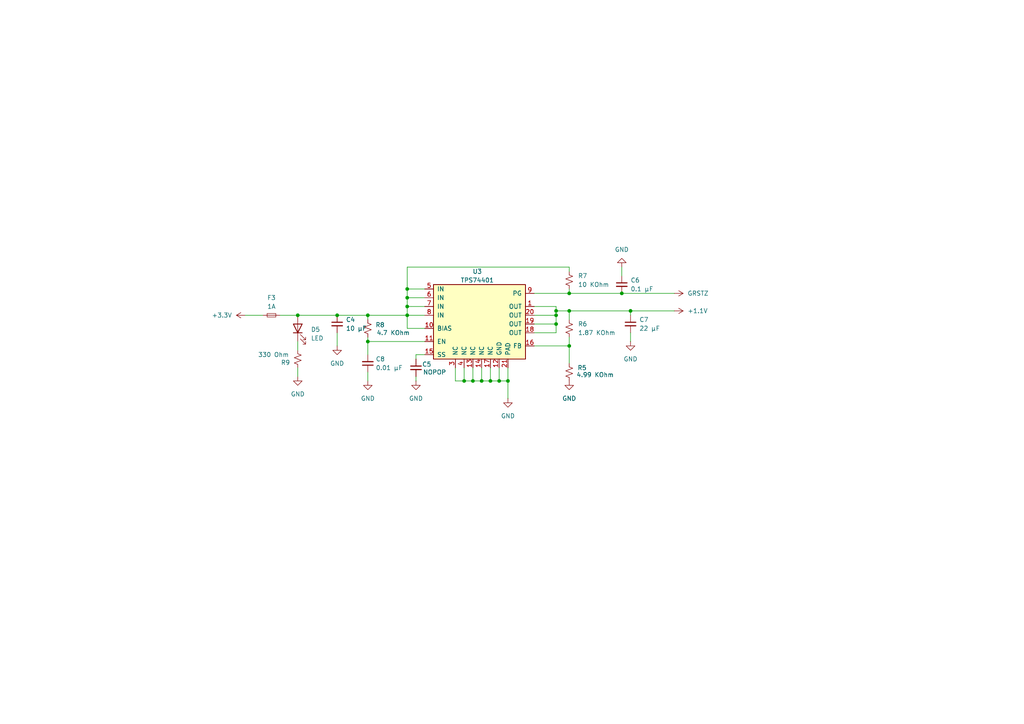
<source format=kicad_sch>
(kicad_sch (version 20250114) (generator "eeschema") (generator_version "9.0")
  (paper "A4")
  (title_block (title "PCI2USB") (date "2025-10-29") (rev "1.0.0") (company "3mdeb Sp. z o.o") (comment 1 "1.1V Regulator") (comment 2 "Jakub Sobota"))
  (lib_symbols
    (symbol "Device:C_Small" (pin_numbers (hide yes)) (pin_names (offset 0.254) (hide yes))
      (property "Reference" "C" (at 0.254 1.778 0))
      (property "Value" "C_Small" (at 0.254 -2.032 0))
      (symbol "C_Small_0_1"
        (polyline (pts (xy -1.524 0.508) (xy 1.524 0.508)) (stroke (width 0.3048)))
        (polyline (pts (xy -1.524 -0.508) (xy 1.524 -0.508)) (stroke (width 0.3302)))
      )
      (symbol "C_Small_1_1"
        (pin passive line (at 0 2.54 270) (length 2.032) (name "~") (number "1"))
        (pin passive line (at 0 -2.54 90) (length 2.032) (name "~") (number "2"))
      )
    )
    (symbol "Device:Fuse_Small" (pin_numbers (hide yes)) (pin_names (offset 0.254) (hide yes))
      (property "Reference" "F" (at 0 -1.524 0))
      (property "Value" "Fuse_Small" (at 0 1.524 0))
      (symbol "Fuse_Small_0_1"
        (rectangle (start -1.27 0.508) (end 1.27 -0.508))
        (polyline (pts (xy -1.27 0) (xy 1.27 0)))
      )
      (symbol "Fuse_Small_1_1"
        (pin passive line (at -2.54 0 0) (length 1.27) (name "~") (number "1"))
        (pin passive line (at 2.54 0 180) (length 1.27) (name "~") (number "2"))
      )
    )
    (symbol "Device:LED" (pin_numbers (hide yes)) (pin_names (offset 1.016) (hide yes))
      (property "Reference" "D" (at 0 2.54 0))
      (property "Value" "LED" (at 0 -2.54 0))
      (symbol "LED_0_1"
        (polyline (pts (xy -3.048 -0.762) (xy -4.572 -2.286) (xy -3.81 -2.286) (xy -4.572 -2.286) (xy -4.572 -1.524)))
        (polyline (pts (xy -1.778 -0.762) (xy -3.302 -2.286) (xy -2.54 -2.286) (xy -3.302 -2.286) (xy -3.302 -1.524)))
        (polyline (pts (xy -1.27 0) (xy 1.27 0)))
        (polyline (pts (xy -1.27 -1.27) (xy -1.27 1.27)) (stroke (width 0.254)))
        (polyline (pts (xy 1.27 -1.27) (xy 1.27 1.27) (xy -1.27 0) (xy 1.27 -1.27)) (stroke (width 0.254)))
      )
      (symbol "LED_1_1"
        (pin passive line (at -3.81 0 0) (length 2.54) (name "K") (number "1"))
        (pin passive line (at 3.81 0 180) (length 2.54) (name "A") (number "2"))
      )
    )
    (symbol "Device:R_Small_US" (pin_numbers (hide yes)) (pin_names (offset 0.254) (hide yes))
      (property "Reference" "R" (at 0.762 0.508 0))
      (property "Value" "R_Small_US" (at 0.762 -1.016 0))
      (symbol "R_Small_US_1_1"
        (polyline (pts (xy 0 1.524) (xy 1.016 1.143) (xy 0 0.762) (xy -1.016 0.381) (xy 0 0)))
        (polyline (pts (xy 0 0) (xy 1.016 -0.381) (xy 0 -0.762) (xy -1.016 -1.143) (xy 0 -1.524)))
        (pin passive line (at 0 2.54 270) (length 1.016) (name "~") (number "1"))
        (pin passive line (at 0 -2.54 90) (length 1.016) (name "~") (number "2"))
      )
    )
    (symbol "Regulator_Linear:TPS74401_VQFN" (pin_names (offset 1.016))
      (property "Reference" "U3" (at 5.08 15.24 0))
      (property "Value" "TPS74401" (at 5.08 12.7 0))
      (symbol "TPS74401_VQFN_0_1"
        (rectangle (start -7.62 11.43) (end 19.05 -10.16) (stroke (width 0.254)) (fill (type background)))
      )
      (symbol "TPS74401_VQFN_1_1"
        (pin power_in line (at -10.16 10.16 0) (length 2.54) (name "IN") (number "5"))
        (pin power_in line (at -10.16 7.62 0) (length 2.54) (name "IN") (number "6"))
        (pin power_in line (at -10.16 5.08 0) (length 2.54) (name "IN") (number "7"))
        (pin power_in line (at -10.16 2.54 0) (length 2.54) (name "IN") (number "8"))
        (pin input line (at -10.16 -1.27 0) (length 2.54) (name "BIAS") (number "10"))
        (pin input line (at -10.16 -5.08 0) (length 2.54) (name "EN") (number "11"))
        (pin input line (at -10.16 -8.89 0) (length 2.54) (name "SS") (number "15"))
        (pin no_connect line (at -2.54 13.97 270) (length 2.54) (hide yes) (name "NC") (number "2"))
        (pin free line (at -1.27 -12.7 90) (length 2.54) (name "NC") (number "3"))
        (pin free line (at 1.27 -12.7 90) (length 2.54) (name "NC") (number "4"))
        (pin free line (at 3.81 -12.7 90) (length 2.54) (name "NC") (number "13"))
        (pin free line (at 6.35 -12.7 90) (length 2.54) (name "NC") (number "14"))
        (pin free line (at 8.89 -12.7 90) (length 2.54) (name "NC") (number "17"))
        (pin power_in line (at 11.43 -12.7 90) (length 2.54) (name "GND") (number "12"))
        (pin power_in line (at 13.97 -12.7 90) (length 2.54) (name "PAD") (number "21"))
        (pin output line (at 21.59 8.89 180) (length 2.54) (name "PG") (number "9"))
        (pin power_out line (at 21.59 5.08 180) (length 2.54) (name "OUT") (number "1"))
        (pin power_out line (at 21.59 2.54 180) (length 2.54) (name "OUT") (number "20"))
        (pin power_out line (at 21.59 0 180) (length 2.54) (name "OUT") (number "19"))
        (pin power_out line (at 21.59 -2.54 180) (length 2.54) (name "OUT") (number "18"))
        (pin input line (at 21.59 -6.35 180) (length 2.54) (name "FB") (number "16"))
      )
    )
    (symbol "power:+3.3V" (power) (pin_numbers (hide yes)) (pin_names (offset 0) (hide yes))
      (property "Value" "+3.3V" (at 0 3.556 0))
      (symbol "+3.3V_0_1"
        (polyline (pts (xy -0.762 1.27) (xy 0 2.54)))
        (polyline (pts (xy 0 2.54) (xy 0.762 1.27)))
        (polyline (pts (xy 0 0) (xy 0 2.54)))
      )
      (symbol "+3.3V_1_1"
        (pin power_in line (at 0 0 90) (length 0) (name "~") (number "1"))
      )
    )
    (symbol "power:GND" (power) (pin_numbers (hide yes)) (pin_names (offset 0) (hide yes))
      (property "Value" "GND" (at 0 -3.81 0))
      (symbol "GND_0_1"
        (polyline (pts (xy 0 0) (xy 0 -1.27) (xy 1.27 -1.27) (xy 0 -2.54) (xy -1.27 -1.27) (xy 0 -1.27)))
      )
      (symbol "GND_1_1"
        (pin power_in line (at 0 0 270) (length 0) (name "~") (number "1"))
      )
    )
    (symbol "power:LINE" (power) (pin_numbers (hide yes)) (pin_names (offset 0) (hide yes))
      (property "Value" "LINE" (at 0 3.556 0))
      (symbol "LINE_0_1"
        (polyline (pts (xy -0.762 1.27) (xy 0 2.54)))
        (polyline (pts (xy 0 2.54) (xy 0.762 1.27)))
        (polyline (pts (xy 0 0) (xy 0 2.54)))
      )
      (symbol "LINE_1_1"
        (pin power_in line (at 0 0 90) (length 0) (name "~") (number "1"))
      )
    )
  )
  (junction (at 147.32 110.49))
  (junction (at 161.29 93.98))
  (junction (at 165.1 85.09))
  (junction (at 161.29 90.17))
  (junction (at 118.11 91.44))
  (junction (at 137.16 110.49))
  (junction (at 161.29 91.44))
  (junction (at 139.7 110.49))
  (junction (at 118.11 88.9))
  (junction (at 118.11 86.36))
  (junction (at 144.78 110.49))
  (junction (at 106.68 99.06))
  (junction (at 182.88 90.17))
  (junction (at 97.79 91.44))
  (junction (at 134.62 110.49))
  (junction (at 106.68 91.44))
  (junction (at 142.24 110.49))
  (junction (at 86.36 91.44))
  (junction (at 118.11 83.82))
  (junction (at 165.1 90.17))
  (junction (at 180.34 85.09))
  (junction (at 165.1 100.33))
  (wire (pts (xy 142.24 110.49) (xy 144.78 110.49)))
  (wire (pts (xy 139.7 106.68) (xy 139.7 110.49)))
  (wire (pts (xy 106.68 110.49) (xy 106.68 107.95)))
  (wire (pts (xy 137.16 106.68) (xy 137.16 110.49)))
  (wire (pts (xy 165.1 90.17) (xy 182.88 90.17)))
  (wire (pts (xy 123.19 102.87) (xy 120.65 102.87)))
  (wire (pts (xy 154.94 85.09) (xy 165.1 85.09)))
  (wire (pts (xy 154.94 93.98) (xy 161.29 93.98)))
  (wire (pts (xy 165.1 77.47) (xy 118.11 77.47)))
  (wire (pts (xy 118.11 83.82) (xy 123.19 83.82)))
  (wire (pts (xy 97.79 100.33) (xy 97.79 96.52)))
  (wire (pts (xy 161.29 91.44) (xy 161.29 93.98)))
  (wire (pts (xy 161.29 91.44) (xy 161.29 90.17)))
  (wire (pts (xy 132.08 110.49) (xy 134.62 110.49)))
  (wire (pts (xy 118.11 77.47) (xy 118.11 83.82)))
  (wire (pts (xy 106.68 91.44) (xy 118.11 91.44)))
  (wire (pts (xy 161.29 88.9) (xy 161.29 90.17)))
  (wire (pts (xy 137.16 110.49) (xy 139.7 110.49)))
  (wire (pts (xy 86.36 109.22) (xy 86.36 106.68)))
  (wire (pts (xy 118.11 88.9) (xy 123.19 88.9)))
  (wire (pts (xy 182.88 96.52) (xy 182.88 99.06)))
  (wire (pts (xy 147.32 110.49) (xy 147.32 115.57)))
  (wire (pts (xy 144.78 110.49) (xy 147.32 110.49)))
  (wire (pts (xy 120.65 102.87) (xy 120.65 104.14)))
  (wire (pts (xy 118.11 86.36) (xy 118.11 88.9)))
  (wire (pts (xy 180.34 85.09) (xy 195.58 85.09)))
  (wire (pts (xy 154.94 100.33) (xy 165.1 100.33)))
  (wire (pts (xy 165.1 100.33) (xy 165.1 105.41)))
  (wire (pts (xy 81.28 91.44) (xy 86.36 91.44)))
  (wire (pts (xy 165.1 77.47) (xy 165.1 78.74)))
  (wire (pts (xy 123.19 95.25) (xy 118.11 95.25)))
  (wire (pts (xy 132.08 106.68) (xy 132.08 110.49)))
  (wire (pts (xy 71.12 91.44) (xy 76.2 91.44)))
  (wire (pts (xy 182.88 91.44) (xy 182.88 90.17)))
  (wire (pts (xy 165.1 100.33) (xy 165.1 97.79)))
  (wire (pts (xy 154.94 96.52) (xy 161.29 96.52)))
  (wire (pts (xy 118.11 91.44) (xy 123.19 91.44)))
  (wire (pts (xy 106.68 91.44) (xy 106.68 92.71)))
  (wire (pts (xy 142.24 106.68) (xy 142.24 110.49)))
  (wire (pts (xy 86.36 101.6) (xy 86.36 99.06)))
  (wire (pts (xy 144.78 106.68) (xy 144.78 110.49)))
  (wire (pts (xy 154.94 88.9) (xy 161.29 88.9)))
  (wire (pts (xy 134.62 106.68) (xy 134.62 110.49)))
  (wire (pts (xy 147.32 106.68) (xy 147.32 110.49)))
  (wire (pts (xy 180.34 77.47) (xy 180.34 80.01)))
  (wire (pts (xy 165.1 92.71) (xy 165.1 90.17)))
  (wire (pts (xy 165.1 85.09) (xy 180.34 85.09)))
  (wire (pts (xy 118.11 83.82) (xy 118.11 86.36)))
  (wire (pts (xy 165.1 83.82) (xy 165.1 85.09)))
  (wire (pts (xy 106.68 99.06) (xy 106.68 97.79)))
  (wire (pts (xy 161.29 93.98) (xy 161.29 96.52)))
  (wire (pts (xy 134.62 110.49) (xy 137.16 110.49)))
  (wire (pts (xy 139.7 110.49) (xy 142.24 110.49)))
  (wire (pts (xy 97.79 91.44) (xy 106.68 91.44)))
  (wire (pts (xy 182.88 90.17) (xy 195.58 90.17)))
  (wire (pts (xy 118.11 88.9) (xy 118.11 91.44)))
  (wire (pts (xy 161.29 90.17) (xy 165.1 90.17)))
  (wire (pts (xy 120.65 109.22) (xy 120.65 110.49)))
  (wire (pts (xy 86.36 91.44) (xy 97.79 91.44)))
  (wire (pts (xy 118.11 95.25) (xy 118.11 91.44)))
  (wire (pts (xy 118.11 86.36) (xy 123.19 86.36)))
  (wire (pts (xy 106.68 102.87) (xy 106.68 99.06)))
  (wire (pts (xy 123.19 99.06) (xy 106.68 99.06)))
  (wire (pts (xy 154.94 91.44) (xy 161.29 91.44)))
  (symbol (lib_id "Device:C_Small") (at 182.88 93.98 0) (unit 1)
    (property "Reference" "C7" (at 185.42 92.7162 0) (effects (justify left)))
    (property "Value" "22 μF" (at 185.42 95.2562 0) (effects (justify left)))
    (property "Footprint" "Capacitor_SMD:C_0805_2012Metric_Pad1.18x1.45mm_HandSolder" (effects (hide yes)))
    (property "Datasheet" "https://www.samsungsem.com/resources/file/global/support/product_catalog/MLCC.pdf" (effects (hide yes)))
    (property "Description" "X5R, 10%, 6.3V" (effects (hide yes)))
  )
  (symbol (lib_id "power:+3.3V") (at 71.12 91.44 90) (unit 1)
    (property "Reference" "#PWR011" (effects (hide yes)))
    (property "Value" "+3.3V" (at 67.31 91.4399 90) (effects (justify left)))
    (property "Description" "Power symbol creates a global label with name \"+3.3V\"" (effects (hide yes)))
  )
  (symbol (lib_id "Device:R_Small_US") (at 165.1 81.28 0) (unit 1)
    (property "Reference" "R7" (at 167.64 80.0099 0) (effects (justify left)))
    (property "Value" "10 KOhm" (at 167.64 82.5499 0) (effects (justify left)))
    (property "Footprint" "Resistor_SMD:R_0402_1005Metric_Pad0.72x0.64mm_HandSolder" (effects (hide yes)))
    (property "Datasheet" "https://industrial.panasonic.com/cdbs/www-data/pdf/RDA0000/AOA0000C304.pdf" (effects (hide yes)))
    (property "Description" "1%, 100mW" (effects (hide yes)))
  )
  (symbol (lib_id "power:GND") (at 106.68 110.49 0) (mirror y) (unit 1)
    (property "Reference" "#PWR020" (effects (hide yes)))
    (property "Value" "GND" (at 106.68 115.57 0))
    (property "Description" "Power symbol creates a global label with name \"GND\" , ground" (effects (hide yes)))
  )
  (symbol (lib_id "Device:R_Small_US") (at 165.1 107.95 180) (unit 1)
    (property "Reference" "R5" (at 170.18 106.68 0) (effects (justify left)))
    (property "Value" "4.99 KOhm" (at 178.054 108.712 0) (effects (justify left)))
    (property "Footprint" "Resistor_SMD:R_0402_1005Metric_Pad0.72x0.64mm_HandSolder" (effects (hide yes)))
    (property "Datasheet" "https://industrial.panasonic.com/cdbs/www-data/pdf/RDA0000/AOA0000C304.pdf" (effects (hide yes)))
    (property "Description" "0.05%, 62.5mW" (effects (hide yes)))
  )
  (symbol (lib_id "Device:C_Small") (at 106.68 105.41 180) (unit 1)
    (property "Reference" "C8" (at 108.966 104.14 0) (effects (justify right)))
    (property "Value" "0.01 μF" (at 108.966 106.68 0) (effects (justify right)))
    (property "Footprint" "Capacitor_SMD:C_0402_1005Metric_Pad0.74x0.62mm_HandSolder" (effects (hide yes)))
    (property "Datasheet" "https://www.mouser.pl/datasheet/3/76/1/GRM155R70J104KA01-01A.pdf" (effects (hide yes)))
    (property "Description" "X7R, 10%, 6.3V" (effects (hide yes)))
  )
  (symbol (lib_id "Regulator_Linear:TPS74401_VQFN") (at 133.35 93.98 0) (unit 1)
    (property "Reference" "U3" (at 138.43 78.74 0))
    (property "Value" "TPS74401" (at 138.43 81.28 0))
    (property "Footprint" "Package_DFN_QFN:Texas_RGW0020A_VQFN-20-1EP_5x5mm_P0.65mm_EP3.15x3.15mm_ThermalVias" (effects (hide yes)))
    (property "Datasheet" "https://www.ti.com/lit/gpn/tps74401" (effects (hide yes)))
    (property "Description" "0.8 to 3.6V adjustable, 3.0-A, Ultra-LDO with Programmable Soft-Start" (effects (hide yes)))
  )
  (symbol (lib_id "power:GND") (at 165.1 110.49 0) (mirror y) (unit 1)
    (property "Reference" "#PWR015" (effects (hide yes)))
    (property "Value" "GND" (at 165.1 115.57 0))
    (property "Description" "Power symbol creates a global label with name \"GND\" , ground" (effects (hide yes)))
  )
  (symbol (lib_id "Device:R_Small_US") (at 165.1 95.25 0) (unit 1)
    (property "Reference" "R6" (at 167.64 93.9799 0) (effects (justify left)))
    (property "Value" "1.87 KOhm" (at 167.64 96.5199 0) (effects (justify left)))
    (property "Footprint" "Resistor_SMD:R_0402_1005Metric_Pad0.72x0.64mm_HandSolder" (effects (hide yes)))
    (property "Datasheet" "https://industrial.panasonic.com/cdbs/www-data/pdf/RDA0000/AOA0000C304.pdf" (effects (hide yes)))
    (property "Description" "1%, 100mW" (effects (hide yes)))
  )
  (symbol (lib_id "Device:LED") (at 86.36 95.25 90) (unit 1)
    (property "Reference" "D5" (at 90.17 95.5674 90) (effects (justify right)))
    (property "Value" "LED" (at 90.17 98.1074 90) (effects (justify right)))
    (property "Footprint" "LED_SMD:LED_0603_1608Metric_Pad1.05x0.95mm_HandSolder" (effects (hide yes)))
    (property "Datasheet" "https://www.mouser.pl/datasheet/3/308/1/APHD1608LCGCK.pdf" (effects (hide yes)))
    (property "Description" "GREEN Light emitting diode" (effects (hide yes)))
    (property "Sim.Pins" "1=K 2=A" (effects (hide yes)))
  )
  (symbol (lib_id "Device:C_Small") (at 120.65 106.68 0) (unit 1)
    (property "Reference" "C5" (at 122.428 105.664 0) (effects (justify left)))
    (property "Value" "NOPOP" (at 122.682 107.95 0) (effects (justify left)))
    (property "Footprint" "Capacitor_SMD:C_0402_1005Metric_Pad0.74x0.62mm_HandSolder" (effects (hide yes)))
    (property "Description" "NOPOP" (effects (hide yes)))
  )
  (symbol (lib_id "power:GND") (at 182.88 99.06 0) (mirror y) (unit 1)
    (property "Reference" "#PWR016" (effects (hide yes)))
    (property "Value" "GND" (at 182.88 104.14 0))
    (property "Description" "Power symbol creates a global label with name \"GND\" , ground" (effects (hide yes)))
  )
  (symbol (lib_id "Device:R_Small_US") (at 86.36 104.14 180) (unit 1)
    (property "Reference" "R9" (at 82.804 105.156 0))
    (property "Value" "330 Ohm" (at 83.82 102.8701 0) (effects (justify left)))
    (property "Footprint" "Resistor_SMD:R_0402_1005Metric_Pad0.72x0.64mm_HandSolder" (effects (hide yes)))
    (property "Datasheet" "https://www.vishay.com/docs/20035/dcrcwe3.pdf" (effects (hide yes)))
    (property "Description" "1%, 63mW" (effects (hide yes)))
  )
  (symbol (lib_id "power:LINE") (at 195.58 85.09 270) (unit 1)
    (property "Reference" "#PWR024" (effects (hide yes)))
    (property "Value" "GRSTZ" (at 199.39 85.0899 90) (effects (justify left)))
    (property "Description" "Power symbol creates a global label with name \"LINE\"" (effects (hide yes)))
  )
  (symbol (lib_id "Device:R_Small_US") (at 106.68 95.25 0) (unit 1)
    (property "Reference" "R8" (at 110.236 94.234 0))
    (property "Value" "4.7 KOhm" (at 109.22 96.5199 0) (effects (justify left)))
    (property "Footprint" "Resistor_SMD:R_0402_1005Metric_Pad0.72x0.64mm_HandSolder" (effects (hide yes)))
    (property "Datasheet" "https://industrial.panasonic.com/cdbs/www-data/pdf/RDA0000/AOA0000C304.pdf" (effects (hide yes)))
    (property "Description" "1%, 100mW" (effects (hide yes)))
  )
  (symbol (lib_id "power:GND") (at 180.34 77.47 0) (mirror x) (unit 1)
    (property "Reference" "#PWR025" (effects (hide yes)))
    (property "Value" "GND" (at 180.34 72.39 0))
    (property "Description" "Power symbol creates a global label with name \"GND\" , ground" (effects (hide yes)))
  )
  (symbol (lib_id "power:GND") (at 120.65 110.49 0) (mirror y) (unit 1)
    (property "Reference" "#PWR017" (effects (hide yes)))
    (property "Value" "GND" (at 120.65 115.57 0))
    (property "Description" "Power symbol creates a global label with name \"GND\" , ground" (effects (hide yes)))
  )
  (symbol (lib_id "power:+3.3V") (at 195.58 90.17 270) (unit 1)
    (property "Reference" "#PWR012" (effects (hide yes)))
    (property "Value" "+1.1V" (at 199.39 90.1699 90) (effects (justify left)))
    (property "Description" "Power symbol creates a global label with name \"+3.3V\"" (effects (hide yes)))
  )
  (symbol (lib_id "Device:Fuse_Small") (at 78.74 91.44 0) (unit 1)
    (property "Reference" "F3" (at 78.74 86.36 0))
    (property "Value" "1A" (at 78.74 88.9 0))
    (property "Footprint" "Fuse:Fuse_0603_1608Metric_Pad1.05x0.95mm_HandSolder" (effects (hide yes)))
    (property "Datasheet" "https://www.vishay.com/doc?28747" (effects (hide yes)))
    (property "Description" "Fast Act Fuse" (effects (hide yes)))
  )
  (symbol (lib_id "power:GND") (at 97.79 100.33 0) (unit 1)
    (property "Reference" "#PWR014" (effects (hide yes)))
    (property "Value" "GND" (at 97.79 105.41 0))
    (property "Description" "Power symbol creates a global label with name \"GND\" , ground" (effects (hide yes)))
  )
  (symbol (lib_id "Device:C_Small") (at 97.79 93.98 0) (unit 1)
    (property "Reference" "C4" (at 100.33 92.7162 0) (effects (justify left)))
    (property "Value" "10 μF" (at 100.33 95.2562 0) (effects (justify left)))
    (property "Footprint" "Capacitor_SMD:C_0805_2012Metric_Pad1.18x1.45mm_HandSolder" (effects (hide yes)))
    (property "Datasheet" "https://search.murata.co.jp/Ceramy/image/img/A01X/G101/ENG/GRM21BR70J106KA73-01A.pdf" (effects (hide yes)))
    (property "Description" "X7R, 10%, 6.3V" (effects (hide yes)))
  )
  (symbol (lib_id "Device:C_Small") (at 180.34 82.55 0) (unit 1)
    (property "Reference" "C6" (at 182.88 81.2862 0) (effects (justify left)))
    (property "Value" "0.1 μF" (at 182.88 83.8262 0) (effects (justify left)))
    (property "Footprint" "Capacitor_SMD:C_0402_1005Metric_Pad0.74x0.62mm_HandSolder" (effects (hide yes)))
    (property "Datasheet" "https://www.mouser.pl/datasheet/3/76/1/GRM155R70J104KA01-01A.pdf" (effects (hide yes)))
    (property "Description" "X7R, 10%, 6.3V" (effects (hide yes)))
  )
  (symbol (lib_id "power:GND") (at 86.36 109.22 0) (unit 1)
    (property "Reference" "#PWR018" (effects (hide yes)))
    (property "Value" "GND" (at 86.36 114.3 0))
    (property "Description" "Power symbol creates a global label with name \"GND\" , ground" (effects (hide yes)))
  )
  (symbol (lib_id "power:GND") (at 147.32 115.57 0) (mirror y) (unit 1)
    (property "Reference" "#PWR013" (effects (hide yes)))
    (property "Value" "GND" (at 147.32 120.65 0))
    (property "Description" "Power symbol creates a global label with name \"GND\" , ground" (effects (hide yes)))
  )
)
</source>
